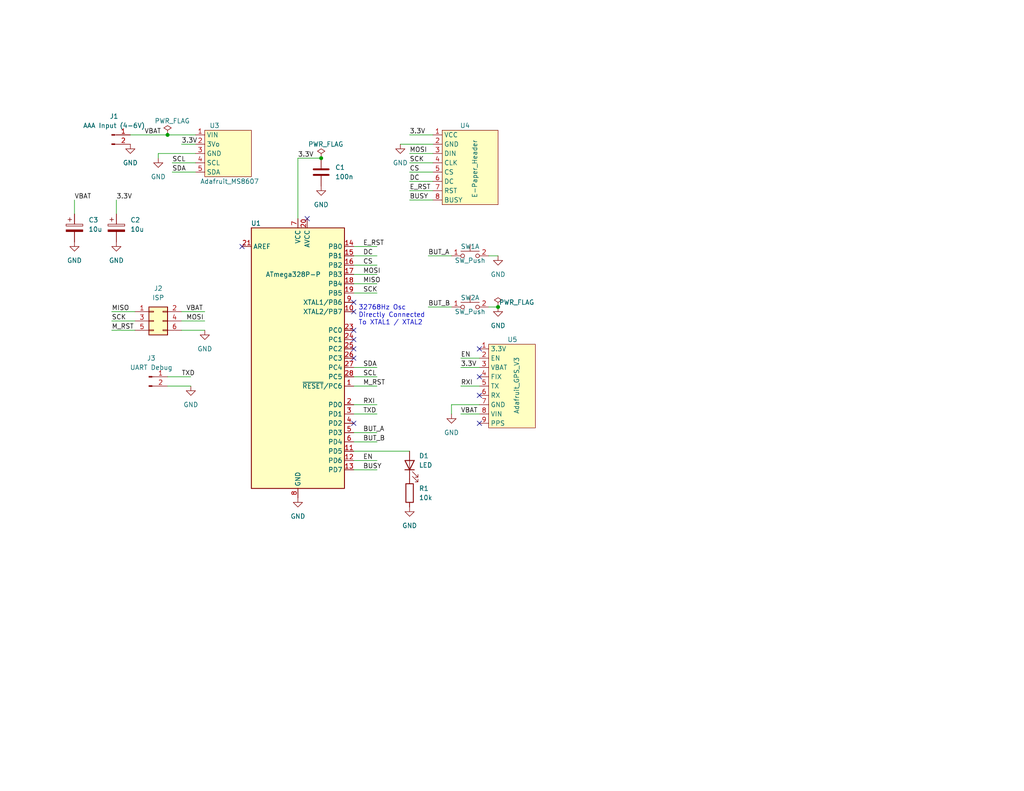
<source format=kicad_sch>
(kicad_sch (version 20211123) (generator eeschema)
  (paper "USLetter")
  (title_block (title "Epaper Schematic") (rev "1") (company "Matt Wachowski"))
  (lib_symbols
    (symbol "Connector:Conn_01x02_Male" (pin_names (offset 1.016) hide)
      (property "Reference" "J" (at 0 2.54 0))
      (property "Value" "Conn_01x02_Male" (at 0 -5.08 0))
      (symbol "Conn_01x02_Male_1_1"
        (polyline (pts (xy 1.27 -2.54) (xy 0.8636 -2.54)) (stroke (width 0.1524)))
        (polyline (pts (xy 1.27 0) (xy 0.8636 0)) (stroke (width 0.1524)))
        (rectangle (start 0.8636 -2.413) (end 0 -2.667) (stroke (width 0.1524)) (fill (type outline)))
        (rectangle (start 0.8636 0.127) (end 0 -0.127) (stroke (width 0.1524)) (fill (type outline)))
        (pin passive line (at 5.08 0 180) (length 3.81) (name "Pin_1") (number "1"))
        (pin passive line (at 5.08 -2.54 180) (length 3.81) (name "Pin_2") (number "2"))
      )
    )
    (symbol "Connector_Generic:Conn_02x03_Odd_Even" (pin_names (offset 1.016) hide)
      (property "Reference" "J" (at 1.27 5.08 0))
      (property "Value" "Conn_02x03_Odd_Even" (at 1.27 -5.08 0))
      (symbol "Conn_02x03_Odd_Even_1_1"
        (rectangle (start -1.27 -2.413) (end 0 -2.667) (stroke (width 0.1524)))
        (rectangle (start -1.27 0.127) (end 0 -0.127) (stroke (width 0.1524)))
        (rectangle (start -1.27 2.667) (end 0 2.413) (stroke (width 0.1524)))
        (rectangle (start -1.27 3.81) (end 3.81 -3.81) (stroke (width 0.254)) (fill (type background)))
        (rectangle (start 3.81 -2.413) (end 2.54 -2.667) (stroke (width 0.1524)))
        (rectangle (start 3.81 0.127) (end 2.54 -0.127) (stroke (width 0.1524)))
        (rectangle (start 3.81 2.667) (end 2.54 2.413) (stroke (width 0.1524)))
        (pin passive line (at -5.08 2.54 0) (length 3.81) (name "Pin_1") (number "1"))
        (pin passive line (at 7.62 2.54 180) (length 3.81) (name "Pin_2") (number "2"))
        (pin passive line (at -5.08 0 0) (length 3.81) (name "Pin_3") (number "3"))
        (pin passive line (at 7.62 0 180) (length 3.81) (name "Pin_4") (number "4"))
        (pin passive line (at -5.08 -2.54 0) (length 3.81) (name "Pin_5") (number "5"))
        (pin passive line (at 7.62 -2.54 180) (length 3.81) (name "Pin_6") (number "6"))
      )
    )
    (symbol "Device:C" (pin_numbers hide) (pin_names (offset 0.254))
      (property "Reference" "C" (at 0.635 2.54 0))
      (property "Value" "C" (at 0.635 -2.54 0))
      (symbol "C_0_1"
        (polyline (pts (xy -2.032 -0.762) (xy 2.032 -0.762)) (stroke (width 0.508)))
        (polyline (pts (xy -2.032 0.762) (xy 2.032 0.762)) (stroke (width 0.508)))
      )
      (symbol "C_1_1"
        (pin passive line (at 0 3.81 270) (length 2.794) (name "~") (number "1"))
        (pin passive line (at 0 -3.81 90) (length 2.794) (name "~") (number "2"))
      )
    )
    (symbol "Device:C_Polarized" (pin_numbers hide) (pin_names (offset 0.254))
      (property "Reference" "C" (at 0.635 2.54 0))
      (property "Value" "C_Polarized" (at 0.635 -2.54 0))
      (symbol "C_Polarized_0_1"
        (rectangle (start -2.286 0.508) (end 2.286 1.016))
        (polyline (pts (xy -1.778 2.286) (xy -0.762 2.286)))
        (polyline (pts (xy -1.27 2.794) (xy -1.27 1.778)))
        (rectangle (start 2.286 -0.508) (end -2.286 -1.016) (fill (type outline)))
      )
      (symbol "C_Polarized_1_1"
        (pin passive line (at 0 3.81 270) (length 2.794) (name "~") (number "1"))
        (pin passive line (at 0 -3.81 90) (length 2.794) (name "~") (number "2"))
      )
    )
    (symbol "Device:LED" (pin_numbers hide) (pin_names (offset 1.016) hide)
      (property "Reference" "D" (at 0 2.54 0))
      (property "Value" "LED" (at 0 -2.54 0))
      (symbol "LED_0_1"
        (polyline (pts (xy -1.27 -1.27) (xy -1.27 1.27)) (stroke (width 0.254)))
        (polyline (pts (xy -1.27 0) (xy 1.27 0)))
        (polyline (pts (xy 1.27 -1.27) (xy 1.27 1.27) (xy -1.27 0) (xy 1.27 -1.27)) (stroke (width 0.254)))
        (polyline (pts (xy -3.048 -0.762) (xy -4.572 -2.286) (xy -3.81 -2.286) (xy -4.572 -2.286) (xy -4.572 -1.524)))
        (polyline (pts (xy -1.778 -0.762) (xy -3.302 -2.286) (xy -2.54 -2.286) (xy -3.302 -2.286) (xy -3.302 -1.524)))
      )
      (symbol "LED_1_1"
        (pin passive line (at -3.81 0 0) (length 2.54) (name "K") (number "1"))
        (pin passive line (at 3.81 0 180) (length 2.54) (name "A") (number "2"))
      )
    )
    (symbol "Device:R" (pin_numbers hide) (pin_names (offset 0))
      (property "Reference" "R" (at 2.032 0 90))
      (property "Value" "R" (at 0 0 90))
      (symbol "R_0_1"
        (rectangle (start -1.016 -2.54) (end 1.016 2.54) (stroke (width 0.254)))
      )
      (symbol "R_1_1"
        (pin passive line (at 0 3.81 270) (length 1.27) (name "~") (number "1"))
        (pin passive line (at 0 -3.81 90) (length 1.27) (name "~") (number "2"))
      )
    )
    (symbol "MCU_Microchip_ATmega:ATmega328P-P"
      (property "Reference" "U" (at -12.7 36.83 0))
      (property "Value" "ATmega328P-P" (at 2.54 -36.83 0))
      (symbol "ATmega328P-P_0_1"
        (rectangle (start -12.7 -35.56) (end 12.7 35.56) (stroke (width 0.254)) (fill (type background)))
      )
      (symbol "ATmega328P-P_1_1"
        (pin bidirectional line (at 15.24 -7.62 180) (length 2.54) (name "~{RESET}/PC6") (number "1"))
        (pin bidirectional line (at 15.24 12.7 180) (length 2.54) (name "XTAL2/PB7") (number "10"))
        (pin bidirectional line (at 15.24 -25.4 180) (length 2.54) (name "PD5") (number "11"))
        (pin bidirectional line (at 15.24 -27.94 180) (length 2.54) (name "PD6") (number "12"))
        (pin bidirectional line (at 15.24 -30.48 180) (length 2.54) (name "PD7") (number "13"))
        (pin bidirectional line (at 15.24 30.48 180) (length 2.54) (name "PB0") (number "14"))
        (pin bidirectional line (at 15.24 27.94 180) (length 2.54) (name "PB1") (number "15"))
        (pin bidirectional line (at 15.24 25.4 180) (length 2.54) (name "PB2") (number "16"))
        (pin bidirectional line (at 15.24 22.86 180) (length 2.54) (name "PB3") (number "17"))
        (pin bidirectional line (at 15.24 20.32 180) (length 2.54) (name "PB4") (number "18"))
        (pin bidirectional line (at 15.24 17.78 180) (length 2.54) (name "PB5") (number "19"))
        (pin bidirectional line (at 15.24 -12.7 180) (length 2.54) (name "PD0") (number "2"))
        (pin power_in line (at 2.54 38.1 270) (length 2.54) (name "AVCC") (number "20"))
        (pin passive line (at -15.24 30.48 0) (length 2.54) (name "AREF") (number "21"))
        (pin passive line (at 0 -38.1 90) (length 2.54) hide (name "GND") (number "22"))
        (pin bidirectional line (at 15.24 7.62 180) (length 2.54) (name "PC0") (number "23"))
        (pin bidirectional line (at 15.24 5.08 180) (length 2.54) (name "PC1") (number "24"))
        (pin bidirectional line (at 15.24 2.54 180) (length 2.54) (name "PC2") (number "25"))
        (pin bidirectional line (at 15.24 0 180) (length 2.54) (name "PC3") (number "26"))
        (pin bidirectional line (at 15.24 -2.54 180) (length 2.54) (name "PC4") (number "27"))
        (pin bidirectional line (at 15.24 -5.08 180) (length 2.54) (name "PC5") (number "28"))
        (pin bidirectional line (at 15.24 -15.24 180) (length 2.54) (name "PD1") (number "3"))
        (pin bidirectional line (at 15.24 -17.78 180) (length 2.54) (name "PD2") (number "4"))
        (pin bidirectional line (at 15.24 -20.32 180) (length 2.54) (name "PD3") (number "5"))
        (pin bidirectional line (at 15.24 -22.86 180) (length 2.54) (name "PD4") (number "6"))
        (pin power_in line (at 0 38.1 270) (length 2.54) (name "VCC") (number "7"))
        (pin power_in line (at 0 -38.1 90) (length 2.54) (name "GND") (number "8"))
        (pin bidirectional line (at 15.24 15.24 180) (length 2.54) (name "XTAL1/PB6") (number "9"))
      )
    )
    (symbol "Matt_Custom:Adafruit_GPS_V3"
      (property "Reference" "U" (at 0 12.7 0))
      (property "Value" "Adafruit_GPS_V3" (at 0 -12.7 0))
      (symbol "Adafruit_GPS_V3_0_1"
        (rectangle (start -6.35 11.43) (end 6.35 -11.43) (stroke (width 0.1524)) (fill (type background)))
      )
      (symbol "Adafruit_GPS_V3_1_1"
        (pin power_out line (at -8.89 10.16 0) (length 2.54) (name "3.3V") (number "1"))
        (pin input line (at -8.89 7.62 0) (length 2.54) (name "EN") (number "2"))
        (pin power_in line (at -8.89 5.08 0) (length 2.54) (name "VBAT") (number "3"))
        (pin output line (at -8.89 2.54 0) (length 2.54) (name "FIX") (number "4"))
        (pin output line (at -8.89 0 0) (length 2.54) (name "TX") (number "5"))
        (pin input line (at -8.89 -2.54 0) (length 2.54) (name "RX") (number "6"))
        (pin power_in line (at -8.89 -5.08 0) (length 2.54) (name "GND") (number "7"))
        (pin power_in line (at -8.89 -7.62 0) (length 2.54) (name "VIN") (number "8"))
        (pin output line (at -8.89 -10.16 0) (length 2.54) (name "PPS") (number "9"))
      )
    )
    (symbol "Matt_Custom:Adafruit_MS8607"
      (property "Reference" "U" (at 0 -5.08 0))
      (property "Value" "Adafruit_MS8607" (at 0 10.16 0))
      (symbol "Adafruit_MS8607_0_1"
        (rectangle (start -6.35 8.89) (end 6.35 -3.81) (stroke (width 0.1524)) (fill (type background)))
      )
      (symbol "Adafruit_MS8607_1_1"
        (pin power_in line (at -8.89 7.62 0) (length 2.54) (name "VIN") (number "1"))
        (pin power_in line (at -8.89 5.08 0) (length 2.54) (name "3Vo") (number "2"))
        (pin power_in line (at -8.89 2.54 0) (length 2.54) (name "GND") (number "3"))
        (pin input line (at -8.89 0 0) (length 2.54) (name "SCL") (number "4"))
        (pin bidirectional line (at -8.89 -2.54 0) (length 2.54) (name "SDA") (number "5"))
      )
    )
    (symbol "Matt_Custom:E-Paper_Header"
      (property "Reference" "U" (at 0 25.4 0))
      (property "Value" "E-Paper_Header" (at 0 2.54 0))
      (symbol "E-Paper_Header_0_1"
        (rectangle (start -7.62 24.13) (end 7.62 3.81) (stroke (width 0.1524)) (fill (type background)))
      )
      (symbol "E-Paper_Header_1_1"
        (pin power_in line (at -10.16 22.86 0) (length 2.54) (name "VCC") (number "1"))
        (pin power_in line (at -10.16 20.32 0) (length 2.54) (name "GND") (number "2"))
        (pin input line (at -10.16 17.78 0) (length 2.54) (name "DIN") (number "3"))
        (pin input line (at -10.16 15.24 0) (length 2.54) (name "CLK") (number "4"))
        (pin input line (at -10.16 12.7 0) (length 2.54) (name "CS") (number "5"))
        (pin input line (at -10.16 10.16 0) (length 2.54) (name "DC") (number "6"))
        (pin input line (at -10.16 7.62 0) (length 2.54) (name "RST") (number "7"))
        (pin output line (at -10.16 5.08 0) (length 2.54) (name "BUSY") (number "8"))
      )
    )
    (symbol "Switch:SW_Push_Dual_x2" (pin_names (offset 1.016) hide)
      (property "Reference" "SW" (at 1.27 2.54 0))
      (property "Value" "SW_Push_Dual_x2" (at 0 -1.524 0))
      (symbol "SW_Push_Dual_x2_0_1"
        (circle (center -2.032 0) (radius 0.508))
        (polyline (pts (xy 0 1.27) (xy 0 3.048)))
        (polyline (pts (xy 2.54 1.27) (xy -2.54 1.27)))
        (circle (center 2.032 0) (radius 0.508))
      )
      (symbol "SW_Push_Dual_x2_1_1"
        (pin passive line (at -5.08 0 0) (length 2.54) (name "C") (number "1"))
        (pin passive line (at 5.08 0 180) (length 2.54) (name "D") (number "2"))
      )
      (symbol "SW_Push_Dual_x2_2_1"
        (pin passive line (at -5.08 0 0) (length 2.54) (name "C") (number "3"))
        (pin passive line (at 5.08 0 180) (length 2.54) (name "D") (number "4"))
      )
    )
    (symbol "power:GND" (power) (pin_names (offset 0))
      (property "Value" "GND" (at 0 -3.81 0))
      (symbol "GND_0_1"
        (polyline (pts (xy 0 0) (xy 0 -1.27) (xy 1.27 -1.27) (xy 0 -2.54) (xy -1.27 -1.27) (xy 0 -1.27)))
      )
      (symbol "GND_1_1"
        (pin power_in line (at 0 0 270) (length 0) hide (name "GND") (number "1"))
      )
    )
    (symbol "power:PWR_FLAG" (power) (pin_numbers hide) (pin_names (offset 0) hide)
      (property "Value" "PWR_FLAG" (at 0 3.81 0))
      (symbol "PWR_FLAG_0_0"
        (pin power_out line (at 0 0 90) (length 0) (name "pwr") (number "1"))
      )
      (symbol "PWR_FLAG_0_1"
        (polyline (pts (xy 0 0) (xy 0 1.27) (xy -1.016 1.905) (xy 0 2.54) (xy 1.016 1.905) (xy 0 1.27)))
      )
    )
  )
  (junction (at 87.63 43.18))
  (junction (at 45.72 36.83))
  (junction (at 135.89 83.82))
  (no_connect (at 96.52 82.55))
  (no_connect (at 96.52 85.09))
  (no_connect (at 66.04 67.31))
  (no_connect (at 130.81 95.25))
  (no_connect (at 130.81 102.87))
  (no_connect (at 130.81 107.95))
  (no_connect (at 130.81 115.57))
  (no_connect (at 96.52 90.17))
  (no_connect (at 96.52 92.71))
  (no_connect (at 96.52 95.25))
  (no_connect (at 96.52 97.79))
  (no_connect (at 96.52 115.57))
  (no_connect (at 83.82 59.69))
  (wire (pts (xy 35.56 36.83) (xy 45.72 36.83)))
  (wire (pts (xy 96.52 67.31) (xy 102.87 67.31)))
  (wire (pts (xy 49.53 39.37) (xy 53.34 39.37)))
  (wire (pts (xy 133.35 83.82) (xy 135.89 83.82)))
  (wire (pts (xy 125.73 113.03) (xy 130.81 113.03)))
  (wire (pts (xy 125.73 105.41) (xy 130.81 105.41)))
  (wire (pts (xy 111.76 46.99) (xy 118.11 46.99)))
  (wire (pts (xy 43.18 41.91) (xy 43.18 43.18)))
  (wire (pts (xy 45.72 102.87) (xy 52.07 102.87)))
  (wire (pts (xy 30.48 87.63) (xy 36.83 87.63)))
  (wire (pts (xy 96.52 69.85) (xy 102.87 69.85)))
  (wire (pts (xy 111.76 36.83) (xy 118.11 36.83)))
  (wire (pts (xy 133.35 69.85) (xy 135.89 69.85)))
  (wire (pts (xy 111.76 41.91) (xy 118.11 41.91)))
  (wire (pts (xy 96.52 128.27) (xy 102.87 128.27)))
  (wire (pts (xy 96.52 74.93) (xy 102.87 74.93)))
  (wire (pts (xy 46.99 46.99) (xy 53.34 46.99)))
  (wire (pts (xy 96.52 100.33) (xy 102.87 100.33)))
  (wire (pts (xy 116.84 83.82) (xy 123.19 83.82)))
  (wire (pts (xy 111.76 44.45) (xy 118.11 44.45)))
  (wire (pts (xy 81.28 59.69) (xy 81.28 43.18)))
  (wire (pts (xy 130.81 110.49) (xy 123.19 110.49)))
  (wire (pts (xy 96.52 113.03) (xy 102.87 113.03)))
  (wire (pts (xy 125.73 97.79) (xy 130.81 97.79)))
  (wire (pts (xy 96.52 125.73) (xy 102.87 125.73)))
  (wire (pts (xy 116.84 69.85) (xy 123.19 69.85)))
  (wire (pts (xy 96.52 120.65) (xy 102.87 120.65)))
  (wire (pts (xy 49.53 85.09) (xy 55.88 85.09)))
  (wire (pts (xy 30.48 85.09) (xy 36.83 85.09)))
  (wire (pts (xy 31.75 54.61) (xy 31.75 58.42)))
  (wire (pts (xy 81.28 43.18) (xy 87.63 43.18)))
  (wire (pts (xy 123.19 110.49) (xy 123.19 113.03)))
  (wire (pts (xy 109.22 39.37) (xy 118.11 39.37)))
  (wire (pts (xy 46.99 44.45) (xy 53.34 44.45)))
  (wire (pts (xy 96.52 72.39) (xy 102.87 72.39)))
  (wire (pts (xy 45.72 105.41) (xy 52.07 105.41)))
  (wire (pts (xy 96.52 110.49) (xy 102.87 110.49)))
  (wire (pts (xy 96.52 118.11) (xy 102.87 118.11)))
  (wire (pts (xy 49.53 90.17) (xy 55.88 90.17)))
  (wire (pts (xy 45.72 36.83) (xy 53.34 36.83)))
  (wire (pts (xy 111.76 49.53) (xy 118.11 49.53)))
  (wire (pts (xy 96.52 123.19) (xy 111.76 123.19)))
  (wire (pts (xy 96.52 105.41) (xy 102.87 105.41)))
  (wire (pts (xy 30.48 90.17) (xy 36.83 90.17)))
  (wire (pts (xy 111.76 52.07) (xy 118.11 52.07)))
  (wire (pts (xy 96.52 77.47) (xy 102.87 77.47)))
  (wire (pts (xy 111.76 54.61) (xy 118.11 54.61)))
  (wire (pts (xy 96.52 80.01) (xy 102.87 80.01)))
  (wire (pts (xy 125.73 100.33) (xy 130.81 100.33)))
  (wire (pts (xy 49.53 87.63) (xy 55.88 87.63)))
  (wire (pts (xy 53.34 41.91) (xy 43.18 41.91)))
  (wire (pts (xy 96.52 102.87) (xy 102.87 102.87)))
  (wire (pts (xy 20.32 54.61) (xy 20.32 58.42)))
  (text "32768Hz Osc\nDirectly Connected\nTo XTAL1 / XTAL2" (at 97.79 88.9 0) (effects (font (size 1.27 1.27)) (justify left bottom)))
  (label "MISO" (at 30.48 85.09 0))
  (label "MOSI" (at 99.06 74.93 0))
  (label "DC" (at 99.06 69.85 0))
  (label "VBAT" (at 125.73 113.03 0))
  (label "3.3V" (at 49.53 39.37 0))
  (label "MOSI" (at 50.8 87.63 0))
  (label "TXD" (at 99.06 113.03 0))
  (label "RXI" (at 99.06 110.49 0))
  (label "BUT_A" (at 116.84 69.85 0))
  (label "3.3V" (at 111.76 36.83 0))
  (label "VBAT" (at 50.8 85.09 0))
  (label "SCK" (at 99.06 80.01 0))
  (label "SCK" (at 30.48 87.63 0))
  (label "BUT_B" (at 116.84 83.82 0))
  (label "EN" (at 99.06 125.73 0))
  (label "SCL" (at 46.99 44.45 0))
  (label "SDA" (at 46.99 46.99 0))
  (label "SCL" (at 99.06 102.87 0))
  (label "RXI" (at 125.73 105.41 0))
  (label "E_RST" (at 99.06 67.31 0))
  (label "EN" (at 125.73 97.79 0))
  (label "CS" (at 99.06 72.39 0))
  (label "DC" (at 111.76 49.53 0))
  (label "MOSI" (at 111.76 41.91 0))
  (label "VBAT" (at 20.32 54.61 0))
  (label "BUSY" (at 99.06 128.27 0))
  (label "TXD" (at 49.53 102.87 0))
  (label "BUT_B" (at 99.06 120.65 0))
  (label "M_RST" (at 30.48 90.17 0))
  (label "VBAT" (at 39.37 36.83 0))
  (label "CS" (at 111.76 46.99 0))
  (label "3.3V" (at 31.75 54.61 0))
  (label "BUT_A" (at 99.06 118.11 0))
  (label "M_RST" (at 99.06 105.41 0))
  (label "MISO" (at 99.06 77.47 0))
  (label "3.3V" (at 81.28 43.18 0))
  (label "SCK" (at 111.76 44.45 0))
  (label "BUSY" (at 111.76 54.61 0))
  (label "E_RST" (at 111.76 52.07 0))
  (label "3.3V" (at 125.73 100.33 0))
  (label "SDA" (at 99.06 100.33 0))
  (symbol (lib_id "Connector:Conn_01x02_Male") (at 30.48 36.83 0) (unit 1)
    (property "Reference" "J1" (at 31.115 31.75 0))
    (property "Value" "AAA Input (4-6V)" (at 31.115 34.29 0))
    (property "Footprint" "Connector_PinHeader_2.54mm:PinHeader_1x02_P2.54mm_Vertical" (effects hide))
  )
  (symbol (lib_id "Device:C_Polarized") (at 20.32 62.23 0) (unit 1)
    (property "Reference" "C3" (at 24.13 60.0709 0) (effects (justify left)))
    (property "Value" "10u" (at 24.13 62.6109 0) (effects (justify left)))
    (property "Footprint" "Capacitor_THT:CP_Radial_D6.3mm_P2.50mm" (effects hide))
  )
  (symbol (lib_id "Device:C") (at 87.63 46.99 0) (unit 1)
    (property "Reference" "C1" (at 91.44 45.7199 0) (effects (justify left)))
    (property "Value" "100n" (at 91.44 48.2599 0) (effects (justify left)))
    (property "Footprint" "Capacitor_THT:C_Disc_D5.0mm_W2.5mm_P2.50mm" (effects hide))
  )
  (symbol (lib_id "Connector:Conn_01x02_Male") (at 40.64 102.87 0) (unit 1)
    (property "Reference" "J3" (at 41.275 97.79 0))
    (property "Value" "UART Debug" (at 41.275 100.33 0))
    (property "Footprint" "Connector_PinHeader_2.54mm:PinHeader_1x02_P2.54mm_Vertical" (effects hide))
  )
  (symbol (lib_id "power:GND") (at 31.75 66.04 0) (unit 1)
    (property "Reference" "#PWR04" (effects hide))
    (property "Value" "GND" (at 31.75 71.12 0))
  )
  (symbol (lib_id "Connector_Generic:Conn_02x03_Odd_Even") (at 41.91 87.63 0) (unit 1)
    (property "Reference" "J2" (at 43.18 78.74 0))
    (property "Value" "ISP" (at 43.18 81.28 0))
    (property "Footprint" "Connector_PinHeader_2.54mm:PinHeader_2x03_P2.54mm_Vertical" (effects hide))
  )
  (symbol (lib_id "power:GND") (at 43.18 43.18 0) (unit 1)
    (property "Reference" "#PWR06" (effects hide))
    (property "Value" "GND" (at 43.18 48.26 0))
  )
  (symbol (lib_id "power:GND") (at 135.89 69.85 0) (unit 1)
    (property "Reference" "#PWR0103" (effects hide))
    (property "Value" "GND" (at 135.89 74.93 0))
  )
  (symbol (lib_id "power:GND") (at 52.07 105.41 0) (unit 1)
    (property "Reference" "#PWR03" (effects hide))
    (property "Value" "GND" (at 52.07 110.49 0))
  )
  (symbol (lib_id "power:PWR_FLAG") (at 135.89 83.82 0) (unit 1)
    (property "Reference" "#FLG0101" (effects hide))
    (property "Value" "PWR_FLAG" (at 140.97 82.55 0))
  )
  (symbol (lib_id "power:GND") (at 35.56 39.37 0) (unit 1)
    (property "Reference" "#PWR01" (effects hide))
    (property "Value" "GND" (at 35.56 44.45 0))
  )
  (symbol (lib_id "power:GND") (at 20.32 66.04 0) (unit 1)
    (property "Reference" "#PWR0102" (effects hide))
    (property "Value" "GND" (at 20.32 71.12 0))
  )
  (symbol (lib_id "Switch:SW_Push_Dual_x2") (at 128.27 83.82 0) (unit 1)
    (property "Reference" "SW2" (at 128.27 81.28 0))
    (property "Value" "SW_Push" (at 128.27 85.09 0))
    (property "Footprint" "Button_Switch_THT:SW_TH_Tactile_Omron_B3F-10xx" (effects hide))
  )
  (symbol (lib_id "power:GND") (at 109.22 39.37 0) (unit 1)
    (property "Reference" "#PWR07" (effects hide))
    (property "Value" "GND" (at 109.22 44.45 0))
  )
  (symbol (lib_id "Switch:SW_Push_Dual_x2") (at 128.27 69.85 0) (unit 1)
    (property "Reference" "SW1" (at 128.27 67.31 0))
    (property "Value" "SW_Push" (at 128.27 71.12 0))
    (property "Footprint" "Button_Switch_THT:SW_TH_Tactile_Omron_B3F-10xx" (effects hide))
  )
  (symbol (lib_id "Device:LED") (at 111.76 127 90) (unit 1)
    (property "Reference" "D1" (at 114.3 124.46 90) (effects (justify right)))
    (property "Value" "LED" (at 114.3 127 90) (effects (justify right)))
    (property "Footprint" "LED_THT:LED_D3.0mm" (effects hide))
  )
  (symbol (lib_id "MCU_Microchip_ATmega:ATmega328P-P") (at 81.28 97.79 0) (unit 1)
    (property "Reference" "U1" (at 69.85 60.96 0))
    (property "Value" "ATmega328P-P" (at 80.01 74.93 0))
    (property "Footprint" "Package_DIP:DIP-28_W7.62mm" (effects hide))
    (property "Datasheet" "http://ww1.microchip.com/downloads/en/DeviceDoc/ATmega328_P%20AVR%20MCU%20with%20picoPower%20Technology%20Data%20Sheet%2040001984A.pdf" (effects hide))
  )
  (symbol (lib_id "Matt_Custom:Adafruit_GPS_V3") (at 139.7 105.41 0) (unit 1)
    (property "Reference" "U5" (at 138.43 92.71 0) (effects (justify left)))
    (property "Value" "Adafruit_GPS_V3" (at 140.97 113.03 90) (effects (justify left)))
    (property "Footprint" "Matt:Adafruit_GPS_V3" (effects hide))
  )
  (symbol (lib_id "power:GND") (at 135.89 83.82 0) (unit 1)
    (property "Reference" "#PWR0104" (effects hide))
    (property "Value" "GND" (at 135.89 88.9 0))
  )
  (symbol (lib_id "power:GND") (at 111.76 138.43 0) (unit 1)
    (property "Reference" "#PWR0105" (effects hide))
    (property "Value" "GND" (at 111.76 143.51 0))
  )
  (symbol (lib_id "power:PWR_FLAG") (at 45.72 36.83 0) (unit 1)
    (property "Reference" "#FLG01" (effects hide))
    (property "Value" "PWR_FLAG" (at 46.99 33.02 0))
  )
  (symbol (lib_id "Matt_Custom:Adafruit_MS8607") (at 62.23 44.45 0) (unit 1)
    (property "Reference" "U3" (at 57.15 34.29 0) (effects (justify left)))
    (property "Value" "Adafruit_MS8607" (at 54.61 49.53 0) (effects (justify left)))
    (property "Footprint" "Matt:Adafruit_MS8607" (effects hide))
  )
  (symbol (lib_id "Matt_Custom:E-Paper_Header") (at 128.27 59.69 0) (unit 1)
    (property "Reference" "U4" (at 128.27 34.29 0) (effects (justify right)))
    (property "Value" "E-Paper_Header" (at 129.54 38.1 90) (effects (justify right)))
    (property "Footprint" "Connector_PinHeader_2.54mm:PinHeader_1x08_P2.54mm_Vertical" (effects hide))
  )
  (symbol (lib_id "power:PWR_FLAG") (at 87.63 43.18 0) (unit 1)
    (property "Reference" "#FLG0102" (effects hide))
    (property "Value" "PWR_FLAG" (at 88.9 39.37 0))
  )
  (symbol (lib_id "power:GND") (at 87.63 50.8 0) (unit 1)
    (property "Reference" "#PWR02" (effects hide))
    (property "Value" "GND" (at 87.63 55.88 0))
  )
  (symbol (lib_id "power:GND") (at 55.88 90.17 0) (unit 1)
    (property "Reference" "#PWR0101" (effects hide))
    (property "Value" "GND" (at 55.88 95.25 0))
  )
  (symbol (lib_id "power:GND") (at 123.19 113.03 0) (unit 1)
    (property "Reference" "#PWR08" (effects hide))
    (property "Value" "GND" (at 123.19 118.11 0))
  )
  (symbol (lib_id "Device:R") (at 111.76 134.62 0) (unit 1)
    (property "Reference" "R1" (at 114.3 133.3499 0) (effects (justify left)))
    (property "Value" "10k" (at 114.3 135.8899 0) (effects (justify left)))
    (property "Footprint" "Resistor_THT:R_Axial_DIN0411_L9.9mm_D3.6mm_P7.62mm_Vertical" (effects hide))
  )
  (symbol (lib_id "Device:C_Polarized") (at 31.75 62.23 0) (unit 1)
    (property "Reference" "C2" (at 35.56 60.0709 0) (effects (justify left)))
    (property "Value" "10u" (at 35.56 62.6109 0) (effects (justify left)))
    (property "Footprint" "Capacitor_THT:CP_Radial_D6.3mm_P2.50mm" (effects hide))
  )
  (symbol (lib_id "power:GND") (at 81.28 135.89 0) (unit 1)
    (property "Reference" "#PWR05" (effects hide))
    (property "Value" "GND" (at 81.28 140.97 0))
  )
)
</source>
